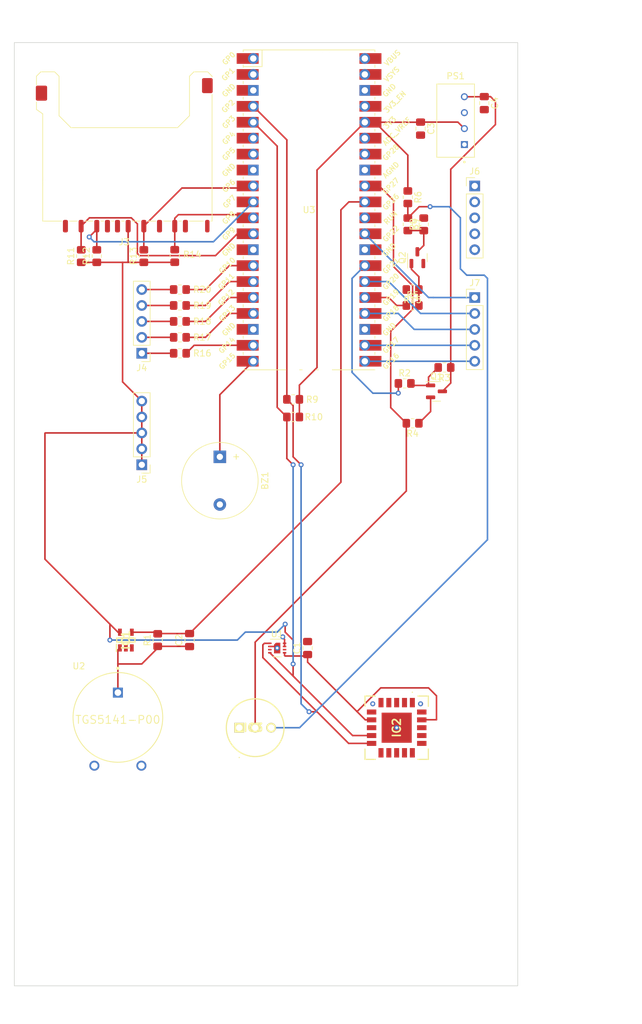
<source format=kicad_pcb>
(kicad_pcb (version 20211014) (generator pcbnew)
  (layers (0 "F.Cu" signal) (31 "B.Cu" signal) (34 "B.Paste" user) (35 "F.Paste" user) (36 "B.SilkS" user "B.Silkscreen") (37 "F.SilkS" user "F.Silkscreen") (38 "B.Mask" user) (39 "F.Mask" user) (44 "Edge.Cuts" user))
  (net 0 "")
  (net 1 "+3.3V")
  (net 2 "AGND")
  (net 3 "Net-(C2-Pad1)")
  (net 4 "GP26{slash}ADC0{slash}I2C_SDA1")
  (net 5 "+5V")
  (net 14 "GP2{slash}SPI_SCK0{slash}SDA1")
  (net 15 "GP3{slash}SPI_TX0{slash}I2C_SCL1")
  (net 22 "VD")
  (net 23 "GP27{slash}ADC1{slash}I2C_SCL1")
  (net 24 "GP9{slash}SPI_CSn1{slash}I2C_SCL0{slash}UART_RX1")
  (net 25 "GP7{slash}SPI_TX0{slash}I2C_SCL1")
  (net 26 "GP6{slash}SPI_SCK0{slash}I2C_SDA1")
  (net 27 "GP8{slash}SPI_RX1{slash}I2C_SDA0{slash}UART_TX1")
  (net 32 "Net-(J4-Pad1)")
  (net 33 "Net-(J4-Pad2)")
  (net 34 "Net-(J4-Pad3)")
  (net 35 "Net-(J4-Pad4)")
  (net 36 "Net-(J4-Pad5)")
  (net 37 "GP22")
  (net 38 "GP20{slash}I2C_SDA0")
  (net 39 "GP18{slash}SPI_SCK0{slash}I2C_SDA1")
  (net 40 "GP17{slash}SPI_CSn0{slash}I2C_SCL0{slash}UART_RX0")
  (net 41 "GP16{slash}SPI_RX0{slash}I2C_SDA0{slash}UART_TX0")
  (net 42 "Net-(Q1-Pad1)")
  (net 43 "Net-(Q1-Pad2)")
  (net 44 "Net-(Q2-Pad1)")
  (net 45 "Net-(Q2-Pad3)")
  (net 46 "GP21{slash}I2C_SCL0")
  (net 47 "GP19{slash}SPI_TX0{slash}I2C_SCL1")
  (net 48 "GP13{slash}SPI_CSn1{slash}I2C_SCL0{slash}UART_RX0")
  (net 49 "GP12{slash}SPI_RX1{slash}I2C_SDA0{slash}UART_TX0")
  (net 50 "GP11{slash}SPI_TX1{slash}I2C_SCL1")
  (net 51 "GP10{slash}SPI_SCK1{slash}I2C_SDA1")
  (net 52 "GP14{slash}SPI_SCK1{slash}I2C_SDA1")
  (net 55 "GP0{slash}SPI_RX{slash}I2C_SDA0{slash}UART_TX0")
  (net 56 "GP1{slash}SPI_CSn0{slash}I2C_SCL0{slash}UART_RX0")
  (net 57 "GP4{slash}SPI_RX0{slash}I2C_SDA0{slash}UART_TX1")
  (net 58 "GP5{slash}SPI_CSn0{slash}I2C_SCL0{slash}UART_RX1")
  (net 59 "GP15{slash}SPI_TX1{slash}I2C_SCL1")
  (net 60 "RUN")
  (net 61 "GP28{slash}ADC2")
  (net 62 "ADC_VREF")
  (net 63 "3V3_EN")
  (net 64 "VSYS")
  (net 65 "VBUS")
  (footprint "Resistor_SMD:R_0805_2012Metric_Pad1.20x1.40mm_HandSolder" (layer "F.Cu") (at 47.99 64.77)
    (fp_text reference "R17")
    (fp_text value "R")
  )
  (footprint "Connector_PinHeader_2.54mm:PinHeader_1x05_P2.54mm_Vertical" (layer "F.Cu") (at 41.91 67.31 180)
    (fp_text reference "J4")
    (fp_text value "Conn_01x05_Male")
  )
  (footprint "Resistor_SMD:R_0805_2012Metric_Pad1.20x1.40mm_HandSolder" (layer "F.Cu") (at 47.166 51.8 90)
    (fp_text reference "R14")
    (fp_text value "10k")
  )
  (footprint "Connector_PinHeader_2.54mm:PinHeader_1x05_P2.54mm_Vertical" (layer "F.Cu") (at 94.996 58.425)
    (fp_text reference "J7")
    (fp_text value "Conn_01x05_Male")
  )
  (footprint "Resistor_SMD:R_0805_2012Metric_Pad1.20x1.40mm_HandSolder" (layer "F.Cu") (at 84.3305 42.434 -90)
    (fp_text reference "R6")
    (fp_text value "R")
  )
  (footprint "TGS3870-B00:TGS3870B00" (layer "F.Cu") (at 57.45 127)
    (fp_text reference "IC3")
    (fp_text value "TGS3870-B00" hide)
  )
  (footprint "Resistor_SMD:R_0805_2012Metric_Pad1.20x1.40mm_HandSolder" (layer "F.Cu") (at 34.736 51.816 90)
    (fp_text reference "R12")
    (fp_text value "10k")
  )
  (footprint "Resistor_SMD:R_0805_2012Metric_Pad1.20x1.40mm_HandSolder" (layer "F.Cu") (at 85.09 78.465 180)
    (fp_text reference "R4")
    (fp_text value "1k")
  )
  (footprint "Package_TO_SOT_SMD:SOT-23" (layer "F.Cu") (at 88.9 73.385)
    (fp_text reference "Q1")
    (fp_text value "BSS84")
  )
  (footprint "IE0305S:CONV_IE0305S" (layer "F.Cu") (at 91.948 30.226 90)
    (fp_text reference "PS1")
    (fp_text value "IE0305S")
  )
  (footprint "Package_TO_SOT_SMD:SOT-23" (layer "F.Cu") (at 85.852 52.07 90)
    (fp_text reference "Q2")
    (fp_text value "2N7002")
  )
  (footprint "Resistor_SMD:R_0805_2012Metric_Pad1.20x1.40mm_HandSolder" (layer "F.Cu") (at 44.45 113.03 90)
    (fp_text reference "R1")
    (fp_text value "1M")
  )
  (footprint "Resistor_SMD:R_0805_2012Metric_Pad1.20x1.40mm_HandSolder" (layer "F.Cu") (at 66.04 77.47 180)
    (fp_text reference "R10")
    (fp_text value "10k")
  )
  (footprint "Resistor_SMD:R_0805_2012Metric_Pad1.20x1.40mm_HandSolder" (layer "F.Cu") (at 32.258 51.816 90)
    (fp_text reference "R11")
    (fp_text value "10k")
  )
  (footprint "Resistor_SMD:R_0805_2012Metric_Pad1.20x1.40mm_HandSolder" (layer "F.Cu") (at 47.99 59.69)
    (fp_text reference "R19")
    (fp_text value "R")
  )
  (footprint "MCP6V96UT-E_OT:SOT95P280X145-5N" (layer "F.Cu") (at 39.37 113.03 90)
    (fp_text reference "IC1")
    (fp_text value "MCP6V96UT-E_OT" hide)
  )
  (footprint "Capacitor_SMD:C_0805_2012Metric_Pad1.18x1.45mm_HandSolder" (layer "F.Cu") (at 68.3475 114.3 90)
    (fp_text reference "C1")
    (fp_text value "100n")
  )
  (footprint "MCU_RaspberryPi_and_Boards:RPi_Pico_SMD_TH" (layer "F.Cu") (at 68.58 44.45)
    (fp_text reference "U3")
    (fp_text value "Pico")
  )
  (footprint "Resistor_SMD:R_0805_2012Metric_Pad1.20x1.40mm_HandSolder" (layer "F.Cu") (at 83.82 72.115)
    (fp_text reference "R2")
    (fp_text value "100")
  )
  (footprint "Resistor_SMD:R_0805_2012Metric_Pad1.20x1.40mm_HandSolder" (layer "F.Cu") (at 84.3305 46.752 -90)
    (fp_text reference "R7")
    (fp_text value "R")
  )
  (footprint "Connector_Card:SD_Kyocera_145638009211859+" (layer "F.Cu") (at 39.116 34.544 180)
    (fp_text reference "J3")
    (fp_text value "SD_Card")
  )
  (footprint "Connector_PinHeader_2.54mm:PinHeader_1x05_P2.54mm_Vertical" (layer "F.Cu") (at 41.91 85.09 180)
    (fp_text reference "J5")
    (fp_text value "Conn_01x05_Male")
  )
  (footprint "TGS5141-P00:Figaro-TGS5141-P00-MFG" (layer "F.Cu") (at 38.1 125.73)
    (fp_text reference "U2")
    (fp_text value "TGS5141-P00")
  )
  (footprint "SCD42-D-R2:SCD42DR2" (layer "F.Cu") (at 82.55 127 -90)
    (fp_text reference "IC2")
    (fp_text value "SCD42-D-R2" hide)
  )
  (footprint "Capacitor_SMD:C_0805_2012Metric_Pad1.18x1.45mm_HandSolder" (layer "F.Cu") (at 86.36 31.496 -90)
    (fp_text reference "C3")
    (fp_text value "C")
  )
  (footprint "Connector_PinHeader_2.54mm:PinHeader_1x05_P2.54mm_Vertical" (layer "F.Cu") (at 94.996 40.64)
    (fp_text reference "J6")
    (fp_text value "Conn_01x05_Male")
  )
  (footprint "Buzzer_Beeper:Buzzer_12x9.5RM7.6" (layer "F.Cu") (at 54.356 83.82 -90)
    (fp_text reference "BZ1")
    (fp_text value "Buzzer")
  )
  (footprint "Resistor_SMD:R_0805_2012Metric_Pad1.20x1.40mm_HandSolder" (layer "F.Cu") (at 90.17 69.575 180)
    (fp_text reference "R3")
    (fp_text value "10k")
  )
  (footprint "Resistor_SMD:R_0805_2012Metric_Pad1.20x1.40mm_HandSolder" (layer "F.Cu") (at 85.09 57.15 180)
    (fp_text reference "R15")
    (fp_text value "10k")
  )
  (footprint "Sensor_Humidity:Sensirion_DFN-8-1EP_2.5x2.5mm_P0.5mm_EP1.1x1.7mm" (layer "F.Cu") (at 63.5 114.3)
    (fp_text reference "U1")
    (fp_text value "SHT31-DIS")
  )
  (footprint "Capacitor_SMD:C_0805_2012Metric_Pad1.18x1.45mm_HandSolder" (layer "F.Cu") (at 96.52 27.432 -90)
    (fp_text reference "C4")
    (fp_text value "C")
  )
  (footprint "Resistor_SMD:R_0805_2012Metric_Pad1.20x1.40mm_HandSolder" (layer "F.Cu") (at 66.04 74.655 180)
    (fp_text reference "R9")
    (fp_text value "10k")
  )
  (footprint "Capacitor_SMD:C_0805_2012Metric_Pad1.18x1.45mm_HandSolder" (layer "F.Cu") (at 49.53 113.03 90)
    (fp_text reference "C2")
    (fp_text value "1u")
  )
  (footprint "Resistor_SMD:R_0805_2012Metric_Pad1.20x1.40mm_HandSolder" (layer "F.Cu") (at 85.09 59.69)
    (fp_text reference "R5")
    (fp_text value "100")
  )
  (footprint "Resistor_SMD:R_0805_2012Metric_Pad1.20x1.40mm_HandSolder" (layer "F.Cu") (at 47.99 67.31)
    (fp_text reference "R16")
    (fp_text value "R")
  )
  (footprint "Resistor_SMD:R_0805_2012Metric_Pad1.20x1.40mm_HandSolder" (layer "F.Cu") (at 47.99 57.15)
    (fp_text reference "R20")
    (fp_text value "R")
  )
  (footprint "Resistor_SMD:R_0805_2012Metric_Pad1.20x1.40mm_HandSolder" (layer "F.Cu") (at 42.236 51.816 90)
    (fp_text reference "R13")
    (fp_text value "10k")
  )
  (footprint "Resistor_SMD:R_0805_2012Metric_Pad1.20x1.40mm_HandSolder" (layer "F.Cu") (at 47.99 62.23)
    (fp_text reference "R18")
    (fp_text value "R")
  )
  (footprint "Resistor_SMD:R_0805_2012Metric_Pad1.20x1.40mm_HandSolder" (layer "F.Cu") (at 86.8705 46.757 90)
    (fp_text reference "R8")
    (fp_text value "R")
  )
  (gr_rect (start 21.59 17.78) (end 101.854 168.148) (layer "Edge.Cuts") (width 0.1) (fill none))
  (segment (start 41.91 74.93) (end 41.91 77.47) (width 0.25) (layer "F.Cu") (net 1))
  (segment (start 68.115 115.57) (end 66.04 115.57) (width 0.25) (layer "F.Cu") (net 1))
  (segment (start 34.736 52.816) (end 38.846 52.816) (width 0.25) (layer "F.Cu") (net 1))
  (segment (start 92.3105 30.4585) (end 93.348 31.496) (width 0.25) (layer "F.Cu") (net 1))
  (segment (start 36.83 110.49) (end 38.12 111.78) (width 0.25) (layer "F.Cu") (net 1))
  (segment (start 41.91 74.93) (end 38.846 71.866) (width 0.25) (layer "F.Cu") (net 1))
  (segment (start 41.91 77.47) (end 41.91 80.01) (width 0.25) (layer "F.Cu") (net 1))
  (segment (start 47.15 52.816) (end 47.166 52.8) (width 0.25) (layer "F.Cu") (net 1))
  (segment (start 79.08 30.48) (end 77.47 30.48) (width 0.25) (layer "F.Cu") (net 1))
  (segment (start 87.12 125.73) (end 88.9 125.73) (width 0.25) (layer "F.Cu") (net 1))
  (segment (start 39.64 52.816) (end 42.236 52.816) (width 0.25) (layer "F.Cu") (net 1))
  (segment (start 77.55 125.75) (end 76.23 124.43) (width 0.25) (layer "F.Cu") (net 1))
  (segment (start 26.47 100.13) (end 36.83 110.49) (width 0.25) (layer "F.Cu") (net 1))
  (segment (start 26.47 87.535) (end 26.47 100.13) (width 0.25) (layer "F.Cu") (net 1))
  (segment (start 41.91 82.55) (end 41.91 85.09) (width 0.25) (layer "F.Cu") (net 1))
  (segment (start 77.47 30.48) (end 69.85 38.1) (width 0.25) (layer "F.Cu") (net 1))
  (segment (start 64.77 110.49) (end 64.77 111.76) (width 0.25) (layer "F.Cu") (net 1))
  (segment (start 39.736 47.044) (end 39.736 52.72) (width 0.25) (layer "F.Cu") (net 1))
  (segment (start 66.04 113.03) (end 66.04 115.57) (width 0.25) (layer "F.Cu") (net 1))
  (segment (start 64.675 115.475) (end 64.675 115.05) (width 0.25) (layer "F.Cu") (net 1))
  (segment (start 32.258 52.816) (end 34.736 52.816) (width 0.25) (layer "F.Cu") (net 1))
  (segment (start 67.04 77.47) (end 67.04 74.655) (width 0.25) (layer "F.Cu") (net 1))
  (segment (start 87.63 120.65) (end 80.01 120.65) (width 0.25) (layer "F.Cu") (net 1))
  (segment (start 86.3385 30.48) (end 77.47 30.48) (width 0.25) (layer "F.Cu") (net 1))
  (segment (start 86.36 30.4585) (end 86.3385 30.48) (width 0.25) (layer "F.Cu") (net 1))
  (segment (start 88.9 125.73) (end 88.9 121.92) (width 0.25) (layer "F.Cu") (net 1))
  (segment (start 78.55 125.75) (end 77.55 125.75) (width 0.25) (layer "F.Cu") (net 1))
  (segment (start 68.3475 116.5475) (end 68.3475 115.3375) (width 0.25) (layer "F.Cu") (net 1))
  (segment (start 80.01 120.65) (end 76.23 124.43) (width 0.25) (layer "F.Cu") (net 1))
  (segment (start 41.91 80.01) (end 26.524 80.01) (width 0.25) (layer "F.Cu") (net 1))
  (segment (start 38.846 71.866) (end 38.846 52.816) (width 0.25) (layer "F.Cu") (net 1))
  (segment (start 26.524 80.01) (end 26.47 80.064) (width 0.25) (layer "F.Cu") (net 1))
  (segment (start 68.3475 115.3375) (end 68.115 115.57) (width 0.25) (layer "F.Cu") (net 1))
  (segment (start 66.04 115.57) (end 64.77 115.57) (width 0.25) (layer "F.Cu") (net 1))
  (segment (start 88.9 121.92) (end 87.63 120.65) (width 0.25) (layer "F.Cu") (net 1))
  (segment (start 64.77 115.57) (end 64.675 115.475) (width 0.25) (layer "F.Cu") (net 1))
  (segment (start 84.3305 35.7305) (end 79.08 30.48) (width 0.25) (layer "F.Cu") (net 1))
  (segment (start 69.85 69.58) (end 69.85 38.1) (width 0.25) (layer "F.Cu") (net 1))
  (segment (start 36.83 110.49) (end 36.83 113.03) (width 0.25) (layer "F.Cu") (net 1))
  (segment (start 38.846 52.816) (end 39.64 52.816) (width 0.25) (layer "F.Cu") (net 1))
  (segment (start 86.36 30.4585) (end 92.3105 30.4585) (width 0.25) (layer "F.Cu") (net 1))
  (segment (start 84.3305 41.434) (end 84.3305 35.7305) (width 0.25) (layer "F.Cu") (net 1))
  (segment (start 41.91 80.01) (end 41.91 82.55) (width 0.25) (layer "F.Cu") (net 1))
  (segment (start 42.236 52.816) (end 47.15 52.816) (width 0.25) (layer "F.Cu") (net 1))
  (segment (start 87.1 125.75) (end 87.12 125.73) (width 0.25) (layer "F.Cu") (net 1))
  (segment (start 86.55 125.75) (end 87.1 125.75) (width 0.25) (layer "F.Cu") (net 1))
  (segment (start 64.77 111.76) (end 66.04 113.03) (width 0.25) (layer "F.Cu") (net 1))
  (segment (start 26.47 80.064) (end 26.47 87.535) (width 0.25) (layer "F.Cu") (net 1))
  (segment (start 67.04 72.39) (end 69.85 69.58) (width 0.25) (layer "F.Cu") (net 1))
  (segment (start 76.23 124.43) (end 68.3475 116.5475) (width 0.25) (layer "F.Cu") (net 1))
  (segment (start 38.12 111.78) (end 38.42 111.78) (width 0.25) (layer "F.Cu") (net 1))
  (segment (start 39.736 52.72) (end 39.64 52.816) (width 0.25) (layer "F.Cu") (net 1))
  (segment (start 67.04 74.655) (end 67.04 72.39) (width 0.25) (layer "F.Cu") (net 1))
  (via (at 64.77 110.49) (size 0.8) (drill 0.4) (layers "F.Cu" "B.Cu") (net 1))
  (via (at 36.83 113.03) (size 0.8) (drill 0.4) (layers "F.Cu" "B.Cu") (net 1))
  (segment (start 58.42 111.76) (end 57.15 113.03) (width 0.25) (layer "B.Cu") (net 1))
  (segment (start 63.5 111.76) (end 58.42 111.76) (width 0.25) (layer "B.Cu") (net 1))
  (segment (start 57.15 113.03) (end 36.83 113.03) (width 0.25) (layer "B.Cu") (net 1))
  (segment (start 64.77 110.49) (end 63.5 111.76) (width 0.25) (layer "B.Cu") (net 1))
  (segment (start 64.479848 112.612848) (end 64.389 112.522) (width 0.25) (layer "F.Cu") (net 2))
  (segment (start 62.325 114.05) (end 63.25 114.05) (width 0.25) (layer "F.Cu") (net 2))
  (segment (start 64.675 113.55) (end 64.675 112.935) (width 0.25) (layer "F.Cu") (net 2))
  (segment (start 64.675 113.55) (end 64.675 114.05) (width 0.25) (layer "F.Cu") (net 2))
  (segment (start 64.675 112.935) (end 64.389 112.649) (width 0.25) (layer "F.Cu") (net 2))
  (segment (start 63.25 114.05) (end 63.5 114.3) (width 0.25) (layer "F.Cu") (net 2))
  (segment (start 64.389 112.649) (end 64.389 112.522) (width 0.25) (layer "F.Cu") (net 2))
  (via (at 78.74 123.19) (size 0.8) (drill 0.4) (layers "F.Cu" "B.Cu") (net 2))
  (via (at 64.389 112.522) (size 0.8) (drill 0.4) (layers "F.Cu" "B.Cu") (net 2))
  (via (at 82.55 127) (size 0.8) (drill 0.4) (layers "F.Cu" "B.Cu") (net 2))
  (via (at 63.5 114.3) (size 0.8) (drill 0.4) (layers "F.Cu" "B.Cu") (net 2))
  (via (at 86.36 123.19) (size 0.8) (drill 0.4) (layers "F.Cu" "B.Cu") (net 2))
  (segment (start 49.53 114.0675) (end 49.4925 114.03) (width 0.25) (layer "F.Cu") (net 3))
  (segment (start 38.1 121.405) (end 38.1 116.84) (width 0.25) (layer "F.Cu") (net 3))
  (segment (start 49.4925 114.03) (end 44.45 114.03) (width 0.25) (layer "F.Cu") (net 3))
  (segment (start 44.45 114.03) (end 44.45 114.3) (width 0.25) (layer "F.Cu") (net 3))
  (segment (start 38.1 116.84) (end 38.1 114.6) (width 0.25) (layer "F.Cu") (net 3))
  (segment (start 44.45 114.3) (end 41.91 116.84) (width 0.25) (layer "F.Cu") (net 3))
  (segment (start 38.1 114.6) (end 38.42 114.28) (width 0.25) (layer "F.Cu") (net 3))
  (segment (start 41.91 116.84) (end 38.1 116.84) (width 0.25) (layer "F.Cu") (net 3))
  (segment (start 44.4875 111.9925) (end 44.45 112.03) (width 0.25) (layer "F.Cu") (net 4))
  (segment (start 73.66 44.45) (end 74.93 43.18) (width 0.25) (layer "F.Cu") (net 4))
  (segment (start 49.53 111.9925) (end 44.4875 111.9925) (width 0.25) (layer "F.Cu") (net 4))
  (segment (start 49.53 111.9925) (end 73.66 87.8625) (width 0.25) (layer "F.Cu") (net 4))
  (segment (start 40.32 111.78) (end 44.2 111.78) (width 0.25) (layer "F.Cu") (net 4))
  (segment (start 74.93 43.18) (end 77.47 43.18) (width 0.25) (layer "F.Cu") (net 4))
  (segment (start 44.2 111.78) (end 44.45 112.03) (width 0.25) (layer "F.Cu") (net 4))
  (segment (start 73.66 87.8625) (end 73.66 44.45) (width 0.25) (layer "F.Cu") (net 4))
  (segment (start 98.298 30.846) (end 98.298 27.178) (width 0.25) (layer "F.Cu") (net 5))
  (segment (start 91.17 69.575) (end 91.17 37.974) (width 0.25) (layer "F.Cu") (net 5))
  (segment (start 96.4985 26.416) (end 96.52 26.3945) (width 0.25) (layer "F.Cu") (net 5))
  (segment (start 91.17 37.974) (end 98.298 30.846) (width 0.25) (layer "F.Cu") (net 5))
  (segment (start 97.5145 26.3945) (end 96.52 26.3945) (width 0.25) (layer "F.Cu") (net 5))
  (segment (start 93.348 26.416) (end 96.4985 26.416) (width 0.25) (layer "F.Cu") (net 5))
  (segment (start 98.298 27.178) (end 97.5145 26.3945) (width 0.25) (layer "F.Cu") (net 5))
  (segment (start 91.17 69.575) (end 91.17 72.0525) (width 0.25) (layer "F.Cu") (net 5))
  (segment (start 91.17 72.0525) (end 89.8375 73.385) (width 0.25) (layer "F.Cu") (net 5))
  (segment (start 74.89 129.5) (end 69.85 124.46) (width 0.25) (layer "F.Cu") (net 14))
  (segment (start 68.58 124.46) (end 69.85 124.46) (width 0.25) (layer "F.Cu") (net 14))
  (segment (start 65.04 33.29) (end 59.69 27.94) (width 0.25) (layer "F.Cu") (net 14))
  (segment (start 61.214 113.792) (end 61.456 113.55) (width 0.25) (layer "F.Cu") (net 14))
  (segment (start 66.04 83.82) (end 67.31 85.09) (width 0.25) (layer "F.Cu") (net 14))
  (segment (start 61.214 115.824) (end 61.214 113.792) (width 0.25) (layer "F.Cu") (net 14))
  (segment (start 66.04 75.655) (end 66.04 83.82) (width 0.25) (layer "F.Cu") (net 14))
  (segment (start 61.456 113.55) (end 62.325 113.55) (width 0.25) (layer "F.Cu") (net 14))
  (segment (start 65.04 74.655) (end 65.04 33.29) (width 0.25) (layer "F.Cu") (net 14))
  (segment (start 78.55 129.5) (end 74.89 129.5) (width 0.25) (layer "F.Cu") (net 14))
  (segment (start 65.04 74.655) (end 66.04 75.655) (width 0.25) (layer "F.Cu") (net 14))
  (segment (start 69.85 124.46) (end 61.214 115.824) (width 0.25) (layer "F.Cu") (net 14))
  (via (at 67.31 85.09) (size 0.8) (drill 0.4) (layers "F.Cu" "B.Cu") (net 14))
  (via (at 68.58 124.46) (size 0.8) (drill 0.4) (layers "F.Cu" "B.Cu") (net 14))
  (segment (start 67.31 123.19) (end 68.58 124.46) (width 0.25) (layer "B.Cu") (net 14))
  (segment (start 67.31 85.09) (end 67.31 123.19) (width 0.25) (layer "B.Cu") (net 14))
  (segment (start 63.5 34.29) (end 59.69 30.48) (width 0.25) (layer "F.Cu") (net 15))
  (segment (start 75.525 128.25) (end 78.55 128.25) (width 0.25) (layer "F.Cu") (net 15))
  (segment (start 62.325 115.05) (end 66.3475 119.0725) (width 0.25) (layer "F.Cu") (net 15))
  (segment (start 65.04 77.47) (end 65.04 84.09) (width 0.25) (layer "F.Cu") (net 15))
  (segment (start 65.04 77.47) (end 63.5 75.93) (width 0.25) (layer "F.Cu") (net 15))
  (segment (start 66.04 116.84) (end 66.04 118.765) (width 0.25) (layer "F.Cu") (net 15))
  (segment (start 66.04 118.765) (end 66.3475 119.0725) (width 0.25) (layer "F.Cu") (net 15))
  (segment (start 65.04 84.09) (end 66.04 85.09) (width 0.25) (layer "F.Cu") (net 15))
  (segment (start 63.5 75.93) (end 63.5 34.29) (width 0.25) (layer "F.Cu") (net 15))
  (segment (start 66.3475 119.0725) (end 75.525 128.25) (width 0.25) (layer "F.Cu") (net 15))
  (via (at 66.04 85.09) (size 0.8) (drill 0.4) (layers "F.Cu" "B.Cu") (net 15))
  (via (at 66.04 116.84) (size 0.8) (drill 0.4) (layers "F.Cu" "B.Cu") (net 15))
  (segment (start 66.04 85.09) (end 66.04 116.84) (width 0.25) (layer "B.Cu") (net 15))
  (segment (start 84.3305 45.752) (end 86.1405 43.942) (width 0.25) (layer "F.Cu") (net 22))
  (segment (start 86.1405 43.942) (end 87.884 43.942) (width 0.25) (layer "F.Cu") (net 22))
  (segment (start 84.3305 43.434) (end 84.3305 45.752) (width 0.25) (layer "F.Cu") (net 22))
  (via (at 87.884 43.942) (size 0.8) (drill 0.4) (layers "F.Cu" "B.Cu") (net 22))
  (segment (start 96.52 54.864) (end 97.028 55.372) (width 0.25) (layer "B.Cu") (net 22))
  (segment (start 97.028 97.037305) (end 67.065305 127) (width 0.25) (layer "B.Cu") (net 22))
  (segment (start 92.71 53.848) (end 93.726 54.864) (width 0.25) (layer "B.Cu") (net 22))
  (segment (start 93.726 54.864) (end 96.52 54.864) (width 0.25) (layer "B.Cu") (net 22))
  (segment (start 90.932 43.942) (end 92.71 45.72) (width 0.25) (layer "B.Cu") (net 22))
  (segment (start 92.71 45.72) (end 92.71 53.848) (width 0.25) (layer "B.Cu") (net 22))
  (segment (start 97.028 55.372) (end 97.028 97.037305) (width 0.25) (layer "B.Cu") (net 22))
  (segment (start 67.065305 127) (end 62.53 127) (width 0.25) (layer "B.Cu") (net 22))
  (segment (start 87.884 43.942) (end 90.932 43.942) (width 0.25) (layer "B.Cu") (net 22))
  (segment (start 79.756 40.64) (end 82.042 42.926) (width 0.25) (layer "F.Cu") (net 23))
  (segment (start 85.09 56.536827) (end 85.09 60.303173) (width 0.25) (layer "F.Cu") (net 23))
  (segment (start 84.09 89.263604) (end 84.09 78.465) (width 0.25) (layer "F.Cu") (net 23))
  (segment (start 59.99 113.363604) (end 84.09 89.263604) (width 0.25) (layer "F.Cu") (net 23))
  (segment (start 81.596802 75.971802) (end 84.09 78.465) (width 0.25) (layer "F.Cu") (net 23))
  (segment (start 77.47 40.64) (end 79.756 40.64) (width 0.25) (layer "F.Cu") (net 23))
  (segment (start 85.09 60.303173) (end 81.596802 63.796371) (width 0.25) (layer "F.Cu") (net 23))
  (segment (start 59.99 127) (end 59.99 113.363604) (width 0.25) (layer "F.Cu") (net 23))
  (segment (start 81.596802 63.796371) (end 81.596802 75.971802) (width 0.25) (layer "F.Cu") (net 23))
  (segment (start 82.042 42.926) (end 82.042 53.488827) (width 0.25) (layer "F.Cu") (net 23))
  (segment (start 82.042 53.488827) (end 85.09 56.536827) (width 0.25) (layer "F.Cu") (net 23))
  (segment (start 40.24 45.719) (end 41.211 46.69) (width 0.25) (layer "F.Cu") (net 24))
  (segment (start 57.15 48.26) (end 59.69 48.26) (width 0.25) (layer "F.Cu") (net 24))
  (segment (start 32.236 47.044) (end 32.236 50.794) (width 0.25) (layer "F.Cu") (net 24))
  (segment (start 32.236 50.794) (end 32.258 50.816) (width 0.25) (layer "F.Cu") (net 24))
  (segment (start 53.669 51.741) (end 57.15 48.26) (width 0.25) (layer "F.Cu") (net 24))
  (segment (start 41.211 51.404173) (end 41.547827 51.741) (width 0.25) (layer "F.Cu") (net 24))
  (segment (start 32.236 47.044) (end 33.561 45.719) (width 0.25) (layer "F.Cu") (net 24))
  (segment (start 33.561 45.719) (end 40.24 45.719) (width 0.25) (layer "F.Cu") (net 24))
  (segment (start 41.547827 51.741) (end 53.669 51.741) (width 0.25) (layer "F.Cu") (net 24))
  (segment (start 41.211 46.69) (end 41.211 51.404173) (width 0.25) (layer "F.Cu") (net 24))
  (segment (start 34.736 47.044) (end 34.736 50.816) (width 0.25) (layer "F.Cu") (net 25))
  (segment (start 34.736 47.044) (end 34.736 47.56) (width 0.25) (layer "F.Cu") (net 25))
  (segment (start 34.736 47.56) (end 33.528 48.768) (width 0.25) (layer "F.Cu") (net 25))
  (via (at 33.528 48.768) (size 0.8) (drill 0.4) (layers "F.Cu" "B.Cu") (net 25))
  (segment (start 53.34 49.53) (end 59.69 43.18) (width 0.25) (layer "B.Cu") (net 25))
  (segment (start 34.29 49.53) (end 53.34 49.53) (width 0.25) (layer "B.Cu") (net 25))
  (segment (start 33.528 48.768) (end 34.29 49.53) (width 0.25) (layer "B.Cu") (net 25))
  (segment (start 48.310999 40.969001) (end 59.360999 40.969001) (width 0.25) (layer "F.Cu") (net 26))
  (segment (start 59.360999 40.969001) (end 59.69 40.64) (width 0.25) (layer "F.Cu") (net 26))
  (segment (start 42.236 47.044) (end 48.310999 40.969001) (width 0.25) (layer "F.Cu") (net 26))
  (segment (start 42.236 47.044) (end 42.236 50.816) (width 0.25) (layer "F.Cu") (net 26))
  (segment (start 47.166 45.798) (end 47.752 45.212) (width 0.25) (layer "F.Cu") (net 27))
  (segment (start 59.182 45.212) (end 59.69 45.72) (width 0.25) (layer "F.Cu") (net 27))
  (segment (start 47.752 45.212) (end 59.182 45.212) (width 0.25) (layer "F.Cu") (net 27))
  (segment (start 47.166 47.044) (end 47.166 50.8) (width 0.25) (layer "F.Cu") (net 27))
  (segment (start 47.166 47.044) (end 47.166 45.798) (width 0.25) (layer "F.Cu") (net 27))
  (segment (start 46.99 67.31) (end 41.91 67.31) (width 0.25) (layer "F.Cu") (net 32))
  (segment (start 46.99 64.77) (end 41.91 64.77) (width 0.25) (layer "F.Cu") (net 33))
  (segment (start 46.99 62.23) (end 41.91 62.23) (width 0.25) (layer "F.Cu") (net 34))
  (segment (start 46.99 59.69) (end 41.91 59.69) (width 0.25) (layer "F.Cu") (net 35))
  (segment (start 46.99 57.15) (end 41.91 57.15) (width 0.25) (layer "F.Cu") (net 36))
  (segment (start 94.996 58.425) (end 88.397 58.425) (width 0.25) (layer "B.Cu") (net 37))
  (segment (start 87.63 58.42) (end 88.392 58.42) (width 0.25) (layer "B.Cu") (net 37))
  (segment (start 77.47 48.26) (end 87.63 58.42) (width 0.25) (layer "B.Cu") (net 37))
  (segment (start 88.392 58.42) (end 88.397 58.425) (width 0.25) (layer "B.Cu") (net 37))
  (segment (start 86.365 60.965) (end 94.996 60.965) (width 0.25) (layer "B.Cu") (net 38))
  (segment (start 77.47 55.88) (end 81.28 55.88) (width 0.25) (layer "B.Cu") (net 38))
  (segment (start 81.28 55.88) (end 86.365 60.965) (width 0.25) (layer "B.Cu") (net 38))
  (segment (start 77.47 60.96) (end 82.804 60.96) (width 0.25) (layer "B.Cu") (net 39))
  (segment (start 94.996 63.505) (end 85.349 63.505) (width 0.25) (layer "B.Cu") (net 39))
  (segment (start 82.804 60.96) (end 85.349 63.505) (width 0.25) (layer "B.Cu") (net 39))
  (segment (start 77.475 66.045) (end 77.47 66.04) (width 0.25) (layer "B.Cu") (net 40))
  (segment (start 94.996 66.045) (end 77.475 66.045) (width 0.25) (layer "B.Cu") (net 40))
  (segment (start 94.996 68.585) (end 77.475 68.585) (width 0.25) (layer "B.Cu") (net 41))
  (segment (start 77.475 68.585) (end 77.47 68.58) (width 0.25) (layer "B.Cu") (net 41))
  (segment (start 85.14 72.435) (end 84.82 72.115) (width 0.25) (layer "F.Cu") (net 42))
  (segment (start 89.17 69.575) (end 87.63 71.115) (width 0.25) (layer "F.Cu") (net 42))
  (segment (start 87.63 71.115) (end 87.63 72.39) (width 0.25) (layer "F.Cu") (net 42))
  (segment (start 87.9625 72.435) (end 85.14 72.435) (width 0.25) (layer "F.Cu") (net 42))
  (segment (start 87.9625 76.5925) (end 87.9625 74.335) (width 0.25) (layer "F.Cu") (net 43))
  (segment (start 86.09 78.465) (end 87.9625 76.5925) (width 0.25) (layer "F.Cu") (net 43))
  (segment (start 86.09 57.15) (end 86.09 55.102) (width 0.25) (layer "F.Cu") (net 44))
  (segment (start 86.36 59.69) (end 86.09 59.69) (width 0.25) (layer "F.Cu") (net 44))
  (segment (start 86.09 59.69) (end 86.09 57.15) (width 0.25) (layer "F.Cu") (net 44))
  (segment (start 86.09 55.102) (end 84.902 53.914) (width 0.25) (layer "F.Cu") (net 44))
  (segment (start 84.902 53.914) (end 84.902 53.0075) (width 0.25) (layer "F.Cu") (net 44))
  (segment (start 84.3305 47.752) (end 86.8655 47.752) (width 0.25) (layer "F.Cu") (net 45))
  (segment (start 86.8705 50.114) (end 85.852 51.1325) (width 0.25) (layer "F.Cu") (net 45))
  (segment (start 86.8655 47.752) (end 86.8705 47.757) (width 0.25) (layer "F.Cu") (net 45))
  (segment (start 86.8705 47.757) (end 86.8705 50.114) (width 0.25) (layer "F.Cu") (net 45))
  (segment (start 82.82 73.644) (end 82.82 72.115) (width 0.25) (layer "F.Cu") (net 46))
  (segment (start 82.804 73.66) (end 82.82 73.644) (width 0.25) (layer "F.Cu") (net 46))
  (via (at 82.804 73.66) (size 0.8) (drill 0.4) (layers "F.Cu" "B.Cu") (net 46))
  (segment (start 75.438 70.358) (end 75.438 55.372) (width 0.25) (layer "B.Cu") (net 46))
  (segment (start 75.438 55.372) (end 77.47 53.34) (width 0.25) (layer "B.Cu") (net 46))
  (segment (start 82.788 73.676) (end 78.756 73.676) (width 0.25) (layer "B.Cu") (net 46))
  (segment (start 82.804 73.66) (end 82.788 73.676) (width 0.25) (layer "B.Cu") (net 46))
  (segment (start 78.756 73.676) (end 75.438 70.358) (width 0.25) (layer "B.Cu") (net 46))
  (segment (start 84.09 59.69) (end 82.55 59.69) (width 0.25) (layer "F.Cu") (net 47))
  (segment (start 82.55 59.69) (end 81.28 58.42) (width 0.25) (layer "F.Cu") (net 47))
  (segment (start 81.28 58.42) (end 77.47 58.42) (width 0.25) (layer "F.Cu") (net 47))
  (segment (start 55.88 60.96) (end 52.07 64.77) (width 0.25) (layer "F.Cu") (net 48))
  (segment (start 52.07 64.77) (end 48.99 64.77) (width 0.25) (layer "F.Cu") (net 48))
  (segment (start 59.69 60.96) (end 55.88 60.96) (width 0.25) (layer "F.Cu") (net 48))
  (segment (start 55.88 58.42) (end 52.07 62.23) (width 0.25) (layer "F.Cu") (net 49))
  (segment (start 52.07 62.23) (end 48.99 62.23) (width 0.25) (layer "F.Cu") (net 49))
  (segment (start 59.69 58.42) (end 55.88 58.42) (width 0.25) (layer "F.Cu") (net 49))
  (segment (start 55.88 55.88) (end 52.07 59.69) (width 0.25) (layer "F.Cu") (net 50))
  (segment (start 52.07 59.69) (end 48.99 59.69) (width 0.25) (layer "F.Cu") (net 50))
  (segment (start 59.69 55.88) (end 55.88 55.88) (width 0.25) (layer "F.Cu") (net 50))
  (segment (start 55.88 53.34) (end 52.07 57.15) (width 0.25) (layer "F.Cu") (net 51))
  (segment (start 52.07 57.15) (end 48.99 57.15) (width 0.25) (layer "F.Cu") (net 51))
  (segment (start 59.69 53.34) (end 55.88 53.34) (width 0.25) (layer "F.Cu") (net 51))
  (segment (start 50.26 66.04) (end 48.99 67.31) (width 0.25) (layer "F.Cu") (net 52))
  (segment (start 59.69 66.04) (end 50.26 66.04) (width 0.25) (layer "F.Cu") (net 52))
  (segment (start 59.69 68.58) (end 54.356 73.914) (width 0.25) (layer "F.Cu") (net 59))
  (segment (start 54.356 73.914) (end 54.356 83.82) (width 0.25) (layer "F.Cu") (net 59))
)
</source>
